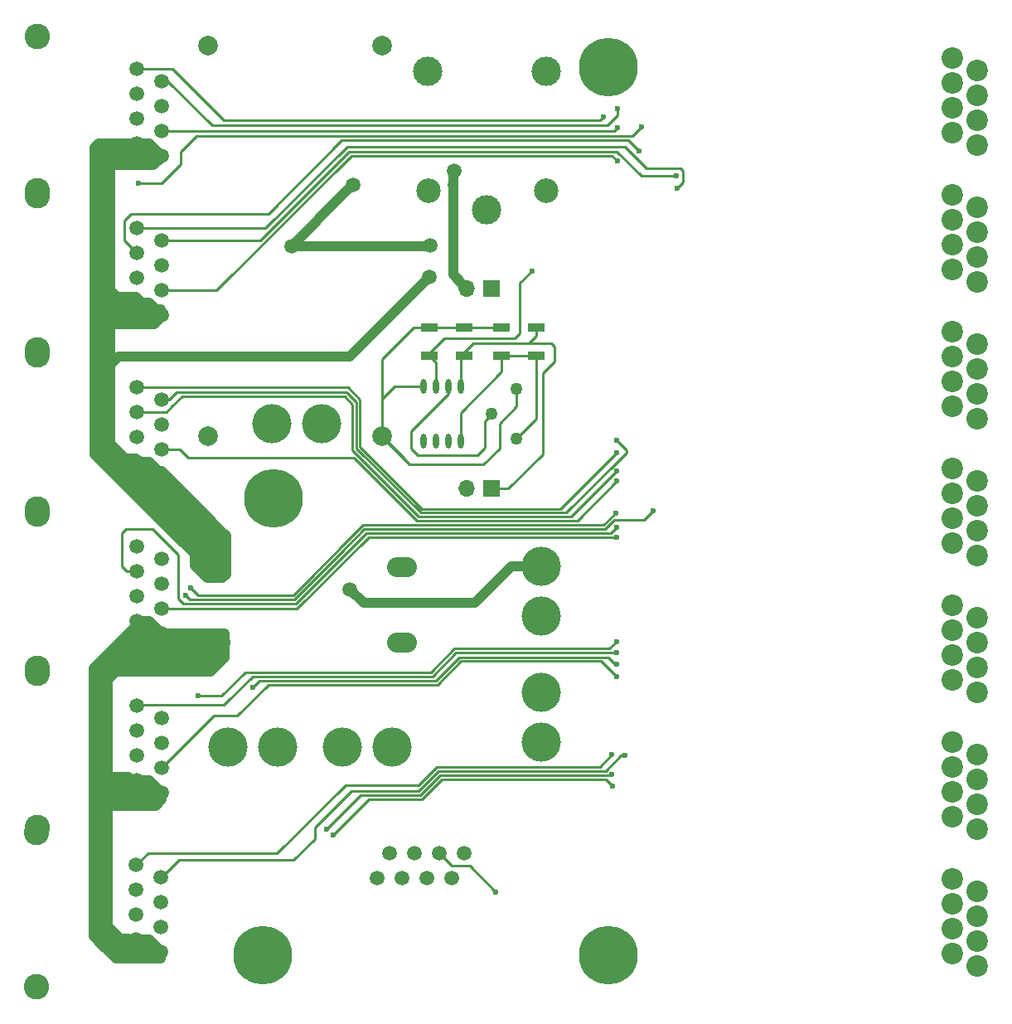
<source format=gtl>
G04 #@! TF.FileFunction,Copper,L1,Top,Signal*
%FSLAX46Y46*%
G04 Gerber Fmt 4.6, Leading zero omitted, Abs format (unit mm)*
G04 Created by KiCad (PCBNEW 4.0.7) date 10/11/18 23:23:36*
%MOMM*%
%LPD*%
G01*
G04 APERTURE LIST*
%ADD10C,0.100000*%
%ADD11C,6.000000*%
%ADD12C,2.000000*%
%ADD13O,3.048000X2.032000*%
%ADD14C,4.000000*%
%ADD15O,0.609600X1.473200*%
%ADD16R,1.700000X1.700000*%
%ADD17O,1.700000X1.700000*%
%ADD18R,1.700000X0.900000*%
%ADD19C,1.260000*%
%ADD20C,2.500000*%
%ADD21C,3.000000*%
%ADD22C,1.500000*%
%ADD23C,2.600000*%
%ADD24C,2.200000*%
%ADD25C,0.600000*%
%ADD26C,0.250000*%
%ADD27C,1.000000*%
G04 APERTURE END LIST*
D10*
D11*
X80467200Y-127889000D03*
D12*
X92710000Y-35052000D03*
X74930000Y-35052000D03*
X74930000Y-74930000D03*
X92710000Y-74930000D03*
D11*
X81597500Y-81216500D03*
D13*
X75692000Y-88265000D03*
X94742000Y-88265000D03*
X94742000Y-96012000D03*
X75692000Y-96012000D03*
D14*
X82042000Y-106680000D03*
X76962000Y-106680000D03*
X93726000Y-106680000D03*
X88646000Y-106680000D03*
X86487000Y-73660000D03*
X81407000Y-73660000D03*
D15*
X96901000Y-75438000D03*
X98171000Y-75438000D03*
X99441000Y-75438000D03*
X100711000Y-75438000D03*
X100711000Y-69850000D03*
X99441000Y-69850000D03*
X98171000Y-69850000D03*
X96901000Y-69850000D03*
D16*
X103886000Y-80264000D03*
D17*
X101346000Y-80264000D03*
D16*
X103886000Y-59817000D03*
D17*
X101346000Y-59817000D03*
D18*
X97536000Y-63828000D03*
X97536000Y-66728000D03*
X101092000Y-63828000D03*
X101092000Y-66728000D03*
D19*
X106426000Y-70104000D03*
X103886000Y-72644000D03*
X106426000Y-75184000D03*
D20*
X109428000Y-49866000D03*
D21*
X109428000Y-37666000D03*
X97378000Y-37616000D03*
D20*
X97428000Y-49866000D03*
D21*
X103378000Y-51816000D03*
D11*
X115849400Y-127889000D03*
X115849400Y-37211000D03*
D22*
X67589400Y-126314200D03*
X67589400Y-123774200D03*
X67589400Y-121234200D03*
X67589400Y-118694200D03*
X70129400Y-127584200D03*
X70129400Y-125044200D03*
X70129400Y-122504200D03*
X70129400Y-119964200D03*
D23*
X57429400Y-115392200D03*
X57429400Y-131140200D03*
D22*
X67640200Y-61290200D03*
X67640200Y-58750200D03*
X67640200Y-56210200D03*
X67640200Y-53670200D03*
X70180200Y-62560200D03*
X70180200Y-60020200D03*
X70180200Y-57480200D03*
X70180200Y-54940200D03*
D23*
X57480200Y-50368200D03*
X57480200Y-66116200D03*
D22*
X67640200Y-110058200D03*
X67640200Y-107518200D03*
X67640200Y-104978200D03*
X67640200Y-102438200D03*
X70180200Y-111328200D03*
X70180200Y-108788200D03*
X70180200Y-106248200D03*
X70180200Y-103708200D03*
D23*
X57480200Y-99136200D03*
X57480200Y-114884200D03*
D22*
X67640200Y-45034200D03*
X67640200Y-42494200D03*
X67640200Y-39954200D03*
X67640200Y-37414200D03*
X70180200Y-46304200D03*
X70180200Y-43764200D03*
X70180200Y-41224200D03*
X70180200Y-38684200D03*
D23*
X57480200Y-34112200D03*
X57480200Y-49860200D03*
D22*
X67640200Y-93802200D03*
X67640200Y-91262200D03*
X67640200Y-88722200D03*
X67640200Y-86182200D03*
X70180200Y-95072200D03*
X70180200Y-92532200D03*
X70180200Y-89992200D03*
X70180200Y-87452200D03*
D23*
X57480200Y-82880200D03*
X57480200Y-98628200D03*
D22*
X67640200Y-77546200D03*
X67640200Y-75006200D03*
X67640200Y-72466200D03*
X67640200Y-69926200D03*
X70180200Y-78816200D03*
X70180200Y-76276200D03*
X70180200Y-73736200D03*
X70180200Y-71196200D03*
D23*
X57480200Y-66624200D03*
X57480200Y-82372200D03*
D22*
X99796600Y-120053100D03*
X97256600Y-120053100D03*
X94716600Y-120053100D03*
X92176600Y-120053100D03*
X101066600Y-117513100D03*
X98526600Y-117513100D03*
X95986600Y-117513100D03*
X93446600Y-117513100D03*
D14*
X108940600Y-106146600D03*
X108940600Y-101066600D03*
D18*
X104902000Y-63828000D03*
X104902000Y-66728000D03*
X108458000Y-63828000D03*
X108458000Y-66728000D03*
D24*
X150977600Y-71856600D03*
X150977600Y-69316600D03*
X150977600Y-66776600D03*
X150977600Y-64236600D03*
X153517600Y-73126600D03*
X153517600Y-70586600D03*
X153517600Y-68046600D03*
X153517600Y-65506600D03*
X150977600Y-99796600D03*
X150977600Y-97256600D03*
X150977600Y-94716600D03*
X150977600Y-92176600D03*
X153517600Y-101066600D03*
X153517600Y-98526600D03*
X153517600Y-95986600D03*
X153517600Y-93446600D03*
X150977600Y-127736600D03*
X150977600Y-125196600D03*
X150977600Y-122656600D03*
X150977600Y-120116600D03*
X153517600Y-129006600D03*
X153517600Y-126466600D03*
X153517600Y-123926600D03*
X153517600Y-121386600D03*
X150977600Y-113766600D03*
X150977600Y-111226600D03*
X150977600Y-108686600D03*
X150977600Y-106146600D03*
X153517600Y-115036600D03*
X153517600Y-112496600D03*
X153517600Y-109956600D03*
X153517600Y-107416600D03*
X150977600Y-43916600D03*
X150977600Y-41376600D03*
X150977600Y-38836600D03*
X150977600Y-36296600D03*
X153517600Y-45186600D03*
X153517600Y-42646600D03*
X153517600Y-40106600D03*
X153517600Y-37566600D03*
X150977600Y-85826600D03*
X150977600Y-83286600D03*
X150977600Y-80746600D03*
X150977600Y-78206600D03*
X153517600Y-87096600D03*
X153517600Y-84556600D03*
X153517600Y-82016600D03*
X153517600Y-79476600D03*
D14*
X108940600Y-93294200D03*
X108940600Y-88214200D03*
D24*
X150977600Y-57886600D03*
X150977600Y-55346600D03*
X150977600Y-52806600D03*
X150977600Y-50266600D03*
X153517600Y-59156600D03*
X153517600Y-56616600D03*
X153517600Y-54076600D03*
X153517600Y-51536600D03*
D25*
X79451200Y-100584000D03*
X116636800Y-98196400D03*
X116636800Y-97028000D03*
X73939400Y-101422200D03*
X116636800Y-95859600D03*
X119176800Y-43357800D03*
X67792600Y-49060100D03*
X115341400Y-42265600D03*
X116713000Y-43408600D03*
X116713000Y-41478200D03*
X116687600Y-84175600D03*
X116560600Y-82778600D03*
X73177400Y-90398600D03*
X116687600Y-85191600D03*
X120370600Y-82524600D03*
X72669400Y-91160600D03*
X116687600Y-78486000D03*
X116687600Y-76555600D03*
X116687600Y-79502000D03*
X116687600Y-75285600D03*
X118973600Y-45796200D03*
X122809000Y-49606200D03*
X116713000Y-46786800D03*
X122732800Y-48310800D03*
X116205000Y-110591600D03*
X87706200Y-115646200D03*
X117500400Y-107492800D03*
X116179600Y-109448600D03*
X87000080Y-114995960D03*
X116179600Y-107442000D03*
D22*
X97536000Y-58674000D03*
X89408000Y-90525600D03*
X89725500Y-49212500D03*
X97589000Y-55425000D03*
X83439000Y-55499000D03*
D25*
X107988100Y-58013600D03*
X104317800Y-121462800D03*
X116636800Y-99466400D03*
D22*
X100076000Y-47815500D03*
D26*
X81102200Y-99872800D02*
X80162400Y-99872800D01*
X80162400Y-99872800D02*
X79451200Y-100584000D01*
X116636800Y-98196400D02*
X116509800Y-98196400D01*
X98171000Y-99872800D02*
X81102200Y-99872800D01*
X81102200Y-99872800D02*
X81026000Y-99872800D01*
X100558600Y-97485200D02*
X98171000Y-99872800D01*
X115798600Y-97485200D02*
X100558600Y-97485200D01*
X116509800Y-98196400D02*
X115798600Y-97485200D01*
X76936600Y-101930200D02*
X76504800Y-102362000D01*
X76504800Y-102362000D02*
X67716400Y-102362000D01*
X67716400Y-102362000D02*
X67640200Y-102438200D01*
X81127600Y-99415600D02*
X79451200Y-99415600D01*
X79451200Y-99415600D02*
X76936600Y-101930200D01*
X116636800Y-97028000D02*
X100228400Y-97028000D01*
X97840800Y-99415600D02*
X81127600Y-99415600D01*
X81127600Y-99415600D02*
X81000600Y-99415600D01*
X100228400Y-97028000D02*
X97840800Y-99415600D01*
X79603600Y-99009200D02*
X78689200Y-99009200D01*
X78689200Y-99009200D02*
X76276200Y-101422200D01*
X81102200Y-99009200D02*
X79603600Y-99009200D01*
X76276200Y-101422200D02*
X73939400Y-101422200D01*
X115900200Y-96596200D02*
X100101400Y-96596200D01*
X100101400Y-96596200D02*
X97688400Y-99009200D01*
X97688400Y-99009200D02*
X81102200Y-99009200D01*
X116636800Y-95859600D02*
X115900200Y-96596200D01*
X112547400Y-44221400D02*
X112547400Y-44259500D01*
X119176800Y-43357800D02*
X118275100Y-44259500D01*
X118275100Y-44259500D02*
X112585500Y-44259500D01*
X112585500Y-44259500D02*
X112547400Y-44221400D01*
X72136000Y-46837600D02*
X72136000Y-47129700D01*
X72136000Y-47129700D02*
X70205600Y-49060100D01*
X70205600Y-49060100D02*
X67792600Y-49060100D01*
X72136000Y-46050200D02*
X72136000Y-46837600D01*
X87553800Y-44259500D02*
X73748900Y-44259500D01*
X72136000Y-45872400D02*
X72136000Y-46050200D01*
X73748900Y-44259500D02*
X72136000Y-45872400D01*
X112903000Y-44259500D02*
X112547400Y-44259500D01*
X112547400Y-44259500D02*
X87553800Y-44259500D01*
X109601000Y-42608500D02*
X114998500Y-42608500D01*
X114998500Y-42608500D02*
X115341400Y-42265600D01*
X108661200Y-42608500D02*
X109601000Y-42608500D01*
X109601000Y-42608500D02*
X109918500Y-42608500D01*
X108585000Y-42608500D02*
X108661200Y-42608500D01*
X67627500Y-37401500D02*
X71310500Y-37401500D01*
X76517500Y-42608500D02*
X108585000Y-42608500D01*
X71310500Y-37401500D02*
X76517500Y-42608500D01*
X111480600Y-43751500D02*
X116370100Y-43751500D01*
X116370100Y-43751500D02*
X116713000Y-43408600D01*
X111480600Y-43751500D02*
X110934500Y-43751500D01*
X70167500Y-43751500D02*
X110934500Y-43751500D01*
X109956600Y-43180000D02*
X115697000Y-43180000D01*
X116713000Y-42164000D02*
X116713000Y-41478200D01*
X115697000Y-43180000D02*
X116713000Y-42164000D01*
X108661200Y-43180000D02*
X109956600Y-43180000D01*
X70802500Y-38671500D02*
X75311000Y-43180000D01*
X75311000Y-43180000D02*
X108661200Y-43180000D01*
X108661200Y-43180000D02*
X108966000Y-43180000D01*
X70167500Y-38671500D02*
X70802500Y-38671500D01*
X105511600Y-84810600D02*
X116052600Y-84810600D01*
X116052600Y-84810600D02*
X116687600Y-84175600D01*
X85115400Y-90805000D02*
X83896200Y-92024200D01*
X71907400Y-87045800D02*
X71551800Y-86690200D01*
X71907400Y-91516200D02*
X71907400Y-87045800D01*
X72415400Y-92024200D02*
X71907400Y-91516200D01*
X83896200Y-92024200D02*
X72415400Y-92024200D01*
X67627500Y-88709500D02*
X66662300Y-88709500D01*
X69265800Y-84404200D02*
X71551800Y-86690200D01*
X66522600Y-84404200D02*
X69265800Y-84404200D01*
X66116200Y-84810600D02*
X66522600Y-84404200D01*
X66116200Y-88163400D02*
X66116200Y-84810600D01*
X66662300Y-88709500D02*
X66116200Y-88163400D01*
X91109800Y-84810600D02*
X105511600Y-84810600D01*
X85115400Y-90805000D02*
X91109800Y-84810600D01*
X114401600Y-83997800D02*
X105384600Y-83997800D01*
X115341400Y-83997800D02*
X116560600Y-82778600D01*
X114401600Y-83997800D02*
X115341400Y-83997800D01*
X88747600Y-86004400D02*
X85318600Y-89433400D01*
X73939400Y-91160600D02*
X73177400Y-90398600D01*
X83604422Y-91160600D02*
X73939400Y-91160600D01*
X85318600Y-89446422D02*
X83604422Y-91160600D01*
X85318600Y-89433400D02*
X85318600Y-89446422D01*
X90754200Y-83997800D02*
X105384600Y-83997800D01*
X88747600Y-86004400D02*
X90754200Y-83997800D01*
X105384600Y-83997800D02*
X105638600Y-83997800D01*
X105765600Y-85217000D02*
X116662200Y-85217000D01*
X116662200Y-85217000D02*
X116687600Y-85191600D01*
X84010500Y-92519500D02*
X91313000Y-85217000D01*
X91313000Y-85217000D02*
X105765600Y-85217000D01*
X105765600Y-85217000D02*
X106197400Y-85217000D01*
X70167500Y-92519500D02*
X84010500Y-92519500D01*
X116433600Y-83413600D02*
X119481600Y-83413600D01*
X119481600Y-83413600D02*
X120370600Y-82524600D01*
X120370600Y-82524600D02*
X120243600Y-82651600D01*
X105384600Y-84404200D02*
X115443000Y-84404200D01*
X115443000Y-84404200D02*
X116433600Y-83413600D01*
X88442800Y-86817200D02*
X85318600Y-89941400D01*
X73075800Y-91567000D02*
X72669400Y-91160600D01*
X83693000Y-91567000D02*
X73075800Y-91567000D01*
X85318600Y-89941400D02*
X83693000Y-91567000D01*
X88442800Y-86817200D02*
X90855800Y-84404200D01*
X90855800Y-84404200D02*
X105384600Y-84404200D01*
X105384600Y-84404200D02*
X105791000Y-84404200D01*
X112039400Y-83134200D02*
X111328200Y-83134200D01*
X116687600Y-78486000D02*
X112039400Y-83134200D01*
X105130600Y-83134200D02*
X111277400Y-83134200D01*
X68872100Y-72453500D02*
X70650100Y-72453500D01*
X71221600Y-71882000D02*
X72263000Y-70840600D01*
X72263000Y-70840600D02*
X88874600Y-70840600D01*
X88874600Y-70840600D02*
X89687400Y-71653400D01*
X89687400Y-71653400D02*
X89687400Y-76377800D01*
X89687400Y-76377800D02*
X96443800Y-83134200D01*
X96443800Y-83134200D02*
X105130600Y-83134200D01*
X67627500Y-72453500D02*
X68872100Y-72453500D01*
X70650100Y-72453500D02*
X71221600Y-71882000D01*
X104622600Y-82321400D02*
X110921800Y-82321400D01*
X110921800Y-82321400D02*
X116687600Y-76555600D01*
X67627500Y-69913500D02*
X89217500Y-69913500D01*
X89217500Y-69913500D02*
X90449400Y-71145400D01*
X90449400Y-71145400D02*
X90449400Y-75971400D01*
X90449400Y-75971400D02*
X96799400Y-82321400D01*
X96799400Y-82321400D02*
X104622600Y-82321400D01*
X104622600Y-82321400D02*
X104876600Y-82321400D01*
X112344200Y-83540600D02*
X111785400Y-83540600D01*
X111785400Y-83540600D02*
X111709200Y-83540600D01*
X112649000Y-83540600D02*
X112344200Y-83540600D01*
X112344200Y-83540600D02*
X112217200Y-83540600D01*
X116687600Y-79502000D02*
X112649000Y-83540600D01*
X104876600Y-83540600D02*
X111709200Y-83540600D01*
X70167500Y-76263500D02*
X72047100Y-76263500D01*
X72047100Y-76263500D02*
X72923400Y-77139800D01*
X72923400Y-77139800D02*
X89839800Y-77139800D01*
X89839800Y-77139800D02*
X96240600Y-83540600D01*
X96240600Y-83540600D02*
X104876600Y-83540600D01*
X111709200Y-83540600D02*
X112166400Y-83540600D01*
X70104000Y-75946000D02*
X70104000Y-76009500D01*
X111531400Y-82727800D02*
X116687600Y-77571600D01*
X116687600Y-75285600D02*
X117703600Y-76301600D01*
X117703600Y-76301600D02*
X117703600Y-76555600D01*
X117703600Y-76555600D02*
X116687600Y-77571600D01*
X111531400Y-82727800D02*
X104876600Y-82727800D01*
X70904100Y-71183500D02*
X71704200Y-70383400D01*
X71704200Y-70383400D02*
X89027000Y-70383400D01*
X89027000Y-70383400D02*
X90099398Y-71455798D01*
X90099398Y-71455798D02*
X90099398Y-76180198D01*
X90099398Y-76180198D02*
X96647000Y-82727800D01*
X96647000Y-82727800D02*
X104876600Y-82727800D01*
X104876600Y-82727800D02*
X105079800Y-82727800D01*
X70167500Y-71183500D02*
X70904100Y-71183500D01*
X117424200Y-44704000D02*
X117881400Y-44704000D01*
X117881400Y-44704000D02*
X118973600Y-45796200D01*
X66370200Y-54940200D02*
X66370200Y-52857400D01*
X81123506Y-52171600D02*
X88591106Y-44704000D01*
X67056000Y-52171600D02*
X81123506Y-52171600D01*
X66370200Y-52857400D02*
X67056000Y-52171600D01*
X116636800Y-44704000D02*
X117424200Y-44704000D01*
X111810800Y-44704000D02*
X88591106Y-44704000D01*
X111810800Y-44704000D02*
X115544600Y-44704000D01*
X115544600Y-44704000D02*
X116636800Y-44704000D01*
X117881400Y-44704000D02*
X117983000Y-44805600D01*
X66370200Y-54940200D02*
X67627500Y-56197500D01*
X111836200Y-45339000D02*
X117475000Y-45339000D01*
X117475000Y-45339000D02*
X119684800Y-47548800D01*
X123444000Y-48971200D02*
X122809000Y-49606200D01*
X123444000Y-48971200D02*
X123444000Y-47802800D01*
X123444000Y-47802800D02*
X123190000Y-47548800D01*
X123190000Y-47548800D02*
X119684800Y-47548800D01*
X119684800Y-47548800D02*
X117856000Y-45720000D01*
X67640200Y-53670200D02*
X80772000Y-53670200D01*
X89103200Y-45339000D02*
X111836200Y-45339000D01*
X111836200Y-45339000D02*
X112344200Y-45339000D01*
X80772000Y-53670200D02*
X89103200Y-45339000D01*
X75793600Y-60020200D02*
X89560400Y-46253400D01*
X89560400Y-46253400D02*
X116179600Y-46253400D01*
X116179600Y-46253400D02*
X116713000Y-46786800D01*
X70180200Y-60020200D02*
X75793600Y-60020200D01*
X112293400Y-45821600D02*
X116687600Y-45821600D01*
X119176800Y-48310800D02*
X122732800Y-48310800D01*
X116687600Y-45821600D02*
X119176800Y-48310800D01*
X70180200Y-54940200D02*
X80213200Y-54940200D01*
X89331800Y-45821600D02*
X112293400Y-45821600D01*
X112293400Y-45821600D02*
X112471200Y-45821600D01*
X80213200Y-54940200D02*
X89331800Y-45821600D01*
D27*
X67564000Y-94996000D02*
X67564000Y-95148400D01*
X67564000Y-95148400D02*
X66319400Y-96393000D01*
X67627500Y-93789500D02*
X67627500Y-94234000D01*
X67627500Y-94234000D02*
X65468500Y-96393000D01*
X67627500Y-93789500D02*
X68897500Y-93789500D01*
X68897500Y-93789500D02*
X70167500Y-95059500D01*
X76581000Y-97409000D02*
X76581000Y-95059500D01*
X76581000Y-97409000D02*
X76644500Y-97472500D01*
X74549000Y-95059500D02*
X75565000Y-95059500D01*
X75565000Y-95059500D02*
X76581000Y-95059500D01*
X76581000Y-95059500D02*
X75692000Y-95948500D01*
X75692000Y-95948500D02*
X75692000Y-96012000D01*
X70167500Y-95059500D02*
X74549000Y-95059500D01*
X74549000Y-95059500D02*
X74739500Y-95059500D01*
X74739500Y-95059500D02*
X75692000Y-96012000D01*
X71945500Y-98933000D02*
X73914000Y-98933000D01*
X75692000Y-97155000D02*
X75692000Y-96012000D01*
X73914000Y-98933000D02*
X75692000Y-97155000D01*
X73406000Y-98933000D02*
X75184000Y-98933000D01*
X75184000Y-98933000D02*
X76644500Y-97472500D01*
X73406000Y-98933000D02*
X72580500Y-98933000D01*
X76644500Y-97472500D02*
X76644500Y-96964500D01*
X76644500Y-96964500D02*
X75692000Y-96012000D01*
X67564000Y-93726000D02*
X67564000Y-94996000D01*
X67564000Y-94996000D02*
X67564000Y-96393000D01*
X67564000Y-96393000D02*
X67564000Y-95948500D01*
X67564000Y-95948500D02*
X67564000Y-96393000D01*
X64770000Y-97091500D02*
X65468500Y-96393000D01*
X65468500Y-96393000D02*
X66319400Y-96393000D01*
X66319400Y-96393000D02*
X67564000Y-96393000D01*
X67564000Y-96393000D02*
X75311000Y-96393000D01*
X75311000Y-96393000D02*
X75692000Y-96012000D01*
X73850500Y-96012000D02*
X75692000Y-96012000D01*
X64770000Y-97091500D02*
X72771000Y-97091500D01*
X72771000Y-97091500D02*
X73850500Y-96012000D01*
X63246000Y-98615500D02*
X64770000Y-97091500D01*
X68580000Y-96012000D02*
X71120000Y-96012000D01*
X67564000Y-94996000D02*
X68580000Y-96012000D01*
X72390000Y-98044000D02*
X74422000Y-96012000D01*
X65151000Y-98044000D02*
X72390000Y-98044000D01*
X63881000Y-99314000D02*
X65151000Y-98044000D01*
X74422000Y-96012000D02*
X75692000Y-96012000D01*
X70104000Y-94996000D02*
X68834000Y-94996000D01*
X68834000Y-94996000D02*
X67564000Y-93726000D01*
X75692000Y-96012000D02*
X71120000Y-96012000D01*
X71120000Y-96012000D02*
X70104000Y-94996000D01*
X75692000Y-96012000D02*
X74422000Y-96012000D01*
X76708000Y-96012000D02*
X75692000Y-96012000D01*
X75692000Y-96012000D02*
X75501500Y-96012000D01*
X75501500Y-96012000D02*
X72580500Y-98933000D01*
X72580500Y-98933000D02*
X71945500Y-98933000D01*
X71945500Y-98933000D02*
X65532000Y-98933000D01*
X63246000Y-125984000D02*
X63246000Y-98615500D01*
X63881000Y-112623600D02*
X63881000Y-99314000D01*
X65532000Y-98933000D02*
X64643000Y-99822000D01*
X69545200Y-112623600D02*
X63881000Y-112623600D01*
X64198500Y-126936500D02*
X63246000Y-125984000D01*
X64198500Y-126936500D02*
X63881000Y-126619000D01*
X63881000Y-126619000D02*
X63881000Y-112623600D01*
X64643000Y-99822000D02*
X64643000Y-109474000D01*
X64643000Y-127381000D02*
X64198500Y-126936500D01*
X64643000Y-109728000D02*
X64643000Y-109474000D01*
X66802000Y-109728000D02*
X64643000Y-109728000D01*
X64643000Y-109474000D02*
X64643000Y-110490000D01*
X65532000Y-128270000D02*
X64643000Y-127381000D01*
X64643000Y-126428500D02*
X64643000Y-127381000D01*
X64643000Y-110490000D02*
X64770000Y-110490000D01*
X64770000Y-110490000D02*
X64643000Y-110490000D01*
X64643000Y-110490000D02*
X64643000Y-111252000D01*
X65151000Y-111760000D02*
X64643000Y-111252000D01*
X65913000Y-126238000D02*
X64643000Y-126238000D01*
X64643000Y-126238000D02*
X64516000Y-126111000D01*
X64516000Y-126111000D02*
X64516000Y-125730000D01*
X66040000Y-111252000D02*
X64643000Y-111252000D01*
X64643000Y-111252000D02*
X64770000Y-111252000D01*
X64770000Y-111252000D02*
X64643000Y-111252000D01*
X64643000Y-111252000D02*
X64643000Y-125412500D01*
X64643000Y-125730000D02*
X64643000Y-126428500D01*
X64643000Y-126428500D02*
X65214500Y-127000000D01*
X66802000Y-111252000D02*
X66040000Y-111252000D01*
X65989200Y-126301500D02*
X68859400Y-126301500D01*
X65989200Y-126301500D02*
X65976500Y-126301500D01*
X65976500Y-126301500D02*
X65087500Y-125412500D01*
X65087500Y-125412500D02*
X64643000Y-125412500D01*
X68859400Y-126301500D02*
X68897500Y-126301500D01*
X65976500Y-126301500D02*
X65913000Y-126238000D01*
X65913000Y-126238000D02*
X64643000Y-124968000D01*
X64643000Y-124968000D02*
X65087500Y-125412500D01*
X65087500Y-125412500D02*
X64643000Y-125412500D01*
X66802000Y-126238000D02*
X65913000Y-126238000D01*
X64516000Y-125730000D02*
X64643000Y-125730000D01*
X64643000Y-125412500D02*
X64643000Y-125730000D01*
X70167500Y-111315500D02*
X70167500Y-112001300D01*
X70167500Y-112001300D02*
X69545200Y-112623600D01*
X70167500Y-111315500D02*
X68897500Y-111315500D01*
X68897500Y-111315500D02*
X68897500Y-110045500D01*
X67627500Y-110045500D02*
X68897500Y-110045500D01*
X68897500Y-110045500D02*
X70167500Y-111315500D01*
X70167500Y-127571500D02*
X68897500Y-127571500D01*
X68897500Y-127571500D02*
X67627500Y-126301500D01*
X67627500Y-126301500D02*
X68859400Y-126301500D01*
X68897500Y-126301500D02*
X70167500Y-127571500D01*
X68897500Y-127571500D02*
X70167500Y-127571500D01*
X67627500Y-126301500D02*
X68897500Y-126301500D01*
X68897500Y-126301500D02*
X70167500Y-127571500D01*
X67627500Y-126301500D02*
X65976500Y-126301500D01*
X70104000Y-128270000D02*
X68834000Y-128270000D01*
X68834000Y-128270000D02*
X68135500Y-127571500D01*
X68135500Y-127571500D02*
X65722500Y-127571500D01*
X70104000Y-128270000D02*
X65532000Y-128270000D01*
X70104000Y-111760000D02*
X65151000Y-111760000D01*
X67564000Y-127000000D02*
X66802000Y-126238000D01*
X66040000Y-111252000D02*
X69596000Y-111252000D01*
X69596000Y-111252000D02*
X70104000Y-111760000D01*
X67564000Y-110490000D02*
X64643000Y-110490000D01*
X67564000Y-110490000D02*
X66802000Y-109728000D01*
X67564000Y-110490000D02*
X66802000Y-111252000D01*
X68834000Y-128270000D02*
X67564000Y-127000000D01*
X65214500Y-127000000D02*
X67564000Y-127000000D01*
X70104000Y-111760000D02*
X68834000Y-111760000D01*
X68834000Y-111760000D02*
X67564000Y-110490000D01*
D26*
X115570000Y-109956600D02*
X111099600Y-109956600D01*
X116205000Y-110591600D02*
X115570000Y-109956600D01*
X98780600Y-109956600D02*
X96748600Y-111988600D01*
X92989400Y-111988600D02*
X91363800Y-111988600D01*
X91363800Y-111988600D02*
X87706200Y-115646200D01*
X92989400Y-111988600D02*
X96748600Y-111988600D01*
X111099600Y-109956600D02*
X98780600Y-109956600D01*
X114122200Y-109093000D02*
X115519200Y-109093000D01*
X117119400Y-107492800D02*
X117500400Y-107492800D01*
X115519200Y-109093000D02*
X117119400Y-107492800D01*
X111163100Y-109093000D02*
X114122200Y-109093000D01*
X114122200Y-109093000D02*
X114503200Y-109093000D01*
X91605100Y-111125000D02*
X89547700Y-111125000D01*
X89547700Y-111125000D02*
X85801200Y-114871500D01*
X85801200Y-116027200D02*
X85801200Y-114871500D01*
X85801200Y-116027200D02*
X83642200Y-118186200D01*
X83642200Y-118186200D02*
X71932800Y-118186200D01*
X71932800Y-118186200D02*
X70167500Y-119951500D01*
X91605100Y-111125000D02*
X91617800Y-111125000D01*
X96443800Y-111125000D02*
X91617800Y-111125000D01*
X98475800Y-109093000D02*
X96443800Y-111125000D01*
X111429800Y-109093000D02*
X111163100Y-109093000D01*
X111163100Y-109093000D02*
X98475800Y-109093000D01*
X91617800Y-111125000D02*
X90703400Y-111125000D01*
X112242600Y-109499400D02*
X116128800Y-109499400D01*
X116128800Y-109499400D02*
X116179600Y-109448600D01*
X112242600Y-109499400D02*
X111633000Y-109499400D01*
X91541600Y-111531400D02*
X90464640Y-111531400D01*
X90464640Y-111531400D02*
X87000080Y-114995960D01*
X91541600Y-111531400D02*
X91871800Y-111531400D01*
X91922600Y-111531400D02*
X96596200Y-111531400D01*
X96596200Y-111531400D02*
X98628200Y-109499400D01*
X98628200Y-109499400D02*
X111633000Y-109499400D01*
X89154000Y-110515400D02*
X88950800Y-110515400D01*
X68783200Y-117500400D02*
X67589400Y-118694200D01*
X81965800Y-117500400D02*
X68783200Y-117500400D01*
X88950800Y-110515400D02*
X81965800Y-117500400D01*
X112547400Y-108686600D02*
X114935000Y-108686600D01*
X114935000Y-108686600D02*
X116179600Y-107442000D01*
X110083600Y-108686600D02*
X112547400Y-108686600D01*
X112547400Y-108686600D02*
X113258600Y-108686600D01*
X110528100Y-108686600D02*
X110337600Y-108686600D01*
X96443800Y-110515400D02*
X89154000Y-110515400D01*
X98272600Y-108686600D02*
X96443800Y-110515400D01*
X110274100Y-108686600D02*
X110083600Y-108686600D01*
X110083600Y-108686600D02*
X98272600Y-108686600D01*
D27*
X70167500Y-62547500D02*
X70167500Y-62725300D01*
X70167500Y-62725300D02*
X69418200Y-63474600D01*
X69418200Y-63474600D02*
X64897000Y-63474600D01*
X67627500Y-61277500D02*
X68897500Y-61277500D01*
X68897500Y-61277500D02*
X70167500Y-62547500D01*
X70167500Y-62547500D02*
X65024000Y-62547500D01*
X65024000Y-62547500D02*
X64897000Y-62420500D01*
X67183000Y-61976000D02*
X66992500Y-61976000D01*
X65913000Y-60896500D02*
X65913000Y-60706000D01*
X66992500Y-61976000D02*
X65913000Y-60896500D01*
X70104000Y-61976000D02*
X67183000Y-61976000D01*
X67183000Y-61976000D02*
X65341500Y-61976000D01*
X65341500Y-61976000D02*
X64897000Y-62420500D01*
X67564000Y-60706000D02*
X65913000Y-60706000D01*
X65913000Y-60706000D02*
X65595500Y-60706000D01*
X65595500Y-60706000D02*
X64897000Y-60007500D01*
X64897000Y-46228000D02*
X64897000Y-60007500D01*
X64897000Y-60007500D02*
X64897000Y-62420500D01*
X64897000Y-62420500D02*
X64897000Y-63474600D01*
X64897000Y-63474600D02*
X64897000Y-75692000D01*
X70104000Y-61976000D02*
X68834000Y-61976000D01*
X68834000Y-61976000D02*
X67564000Y-60706000D01*
X66103500Y-60706000D02*
X67564000Y-60706000D01*
X64262000Y-62547500D02*
X66103500Y-60706000D01*
X65913000Y-45212000D02*
X64897000Y-46228000D01*
X64262000Y-63182500D02*
X64262000Y-62547500D01*
X66103500Y-45466000D02*
X64262000Y-47307500D01*
X64262000Y-63182500D02*
X64262000Y-47307500D01*
X64262000Y-69405500D02*
X64262000Y-63182500D01*
X64325500Y-47244000D02*
X65278000Y-47244000D01*
X64325500Y-47244000D02*
X64262000Y-47307500D01*
X64262000Y-47307500D02*
X64262000Y-45593000D01*
X69342000Y-47244000D02*
X65278000Y-47244000D01*
X65278000Y-47244000D02*
X66040000Y-46482000D01*
X66040000Y-46482000D02*
X68834000Y-46482000D01*
X68834000Y-46482000D02*
X69024500Y-46291500D01*
X66421000Y-77216000D02*
X64897000Y-75692000D01*
X64897000Y-77089000D02*
X65024000Y-77216000D01*
X64897000Y-75692000D02*
X64897000Y-77089000D01*
X65024000Y-77216000D02*
X64262000Y-76454000D01*
X64262000Y-76454000D02*
X64262000Y-69405500D01*
X88646000Y-66802000D02*
X89408000Y-66802000D01*
X64262000Y-69405500D02*
X64262000Y-68326000D01*
X64262000Y-68326000D02*
X65786000Y-66802000D01*
X65786000Y-66802000D02*
X88646000Y-66802000D01*
X89408000Y-66802000D02*
X97536000Y-58674000D01*
X67627500Y-77533500D02*
X68897500Y-77533500D01*
X67564000Y-77216000D02*
X66421000Y-77216000D01*
X68834000Y-78486000D02*
X67564000Y-77216000D01*
X67564000Y-77216000D02*
X65024000Y-77216000D01*
X68897500Y-77533500D02*
X70167500Y-78803500D01*
X70104000Y-78486000D02*
X70167500Y-78486000D01*
X70167500Y-78486000D02*
X74580750Y-82899250D01*
X71056500Y-79438500D02*
X70104000Y-78486000D01*
X70104000Y-78486000D02*
X68834000Y-78486000D01*
X70104000Y-80835500D02*
X70104000Y-78486000D01*
X70104000Y-78740000D02*
X70104000Y-78486000D01*
X74580750Y-82899250D02*
X76200000Y-84518500D01*
X70802500Y-80454500D02*
X68834000Y-78486000D01*
X74612500Y-85344000D02*
X70262750Y-80994250D01*
X74580750Y-82899250D02*
X75692000Y-84010500D01*
X71056500Y-80454500D02*
X71056500Y-79438500D01*
X70262750Y-80994250D02*
X69945250Y-80994250D01*
X69945250Y-80994250D02*
X66675000Y-77724000D01*
X70262750Y-80994250D02*
X70104000Y-80835500D01*
X75692000Y-85344000D02*
X74612500Y-85344000D01*
X76200000Y-84518500D02*
X76771500Y-85090000D01*
X75692000Y-84010500D02*
X75692000Y-85344000D01*
X75692000Y-85090000D02*
X71056500Y-80454500D01*
X69596000Y-81661000D02*
X70802500Y-80454500D01*
X71056500Y-80454500D02*
X70802500Y-80454500D01*
X74866500Y-86169500D02*
X75692000Y-85344000D01*
X75692000Y-85344000D02*
X75692000Y-85471000D01*
X75692000Y-85471000D02*
X74993500Y-86169500D01*
X75692000Y-85344000D02*
X75692000Y-85090000D01*
X76771500Y-85090000D02*
X76771500Y-86042500D01*
X73533000Y-86042500D02*
X69151500Y-81661000D01*
X74676000Y-86169500D02*
X74866500Y-86169500D01*
X74168000Y-86169500D02*
X66230500Y-78232000D01*
X66230500Y-78232000D02*
X64770000Y-78232000D01*
X74993500Y-86169500D02*
X74168000Y-86169500D01*
X64770000Y-78232000D02*
X63595250Y-77057250D01*
X63309500Y-76771500D02*
X63309500Y-45593000D01*
X63309500Y-76771500D02*
X63595250Y-77057250D01*
X63595250Y-77057250D02*
X65786000Y-79248000D01*
X69151500Y-81661000D02*
X69596000Y-81661000D01*
X75692000Y-87185500D02*
X74676000Y-86169500D01*
X72771000Y-86169500D02*
X74676000Y-86169500D01*
X76771500Y-86042500D02*
X76771500Y-87185500D01*
X63309500Y-45593000D02*
X68707000Y-45593000D01*
X63309500Y-45593000D02*
X63309500Y-45466000D01*
X63754000Y-45021500D02*
X63309500Y-45466000D01*
X65786000Y-79248000D02*
X69405500Y-82867500D01*
X73533000Y-88138000D02*
X73533000Y-86042500D01*
X74803000Y-89408000D02*
X73533000Y-88138000D01*
X69405500Y-82867500D02*
X72009000Y-85471000D01*
X72072500Y-85471000D02*
X72771000Y-86169500D01*
X68707000Y-45593000D02*
X68834000Y-45466000D01*
X76390500Y-89408000D02*
X74803000Y-89408000D01*
X72009000Y-85471000D02*
X72898000Y-85471000D01*
X72009000Y-85471000D02*
X72072500Y-85471000D01*
X75692000Y-88265000D02*
X75692000Y-87185500D01*
X76771500Y-86042500D02*
X76771500Y-89027000D01*
X76771500Y-89027000D02*
X76390500Y-89408000D01*
X76200000Y-84518500D02*
X76200000Y-87757000D01*
X76200000Y-87757000D02*
X75692000Y-88265000D01*
X76771500Y-87185500D02*
X75692000Y-88265000D01*
X75692000Y-88265000D02*
X75692000Y-88201500D01*
X75692000Y-88201500D02*
X73533000Y-86042500D01*
X75692000Y-88265000D02*
X75692000Y-85344000D01*
X75692000Y-88265000D02*
X74866500Y-88265000D01*
X74866500Y-88265000D02*
X72771000Y-86169500D01*
X72898000Y-85471000D02*
X75692000Y-88265000D01*
X70167500Y-46291500D02*
X70167500Y-46418500D01*
X70167500Y-46418500D02*
X69342000Y-47244000D01*
X69024500Y-46291500D02*
X70167500Y-46291500D01*
X68834000Y-45466000D02*
X69659500Y-46291500D01*
X67627500Y-45021500D02*
X63754000Y-45021500D01*
X67627500Y-45021500D02*
X68897500Y-45021500D01*
X68897500Y-45021500D02*
X70167500Y-46291500D01*
X70167500Y-46291500D02*
X69659500Y-46291500D01*
X67373500Y-45212000D02*
X65913000Y-45212000D01*
X67627500Y-45466000D02*
X67373500Y-45212000D01*
X108940600Y-88214200D02*
X105918000Y-88214200D01*
X90805000Y-91922600D02*
X89408000Y-90525600D01*
X102209600Y-91922600D02*
X90805000Y-91922600D01*
X105918000Y-88214200D02*
X102209600Y-91922600D01*
D26*
X92710000Y-74930000D02*
X92710000Y-74993500D01*
X92710000Y-74993500D02*
X95504000Y-77787500D01*
X104711500Y-73596500D02*
X106426000Y-71882000D01*
X104711500Y-76136500D02*
X104711500Y-73596500D01*
X103060500Y-77787500D02*
X104711500Y-76136500D01*
X95504000Y-77787500D02*
X103060500Y-77787500D01*
D27*
X88836500Y-50101500D02*
X89725500Y-49212500D01*
X97515000Y-55499000D02*
X83439000Y-55499000D01*
X97589000Y-55425000D02*
X97515000Y-55499000D01*
X83439000Y-55499000D02*
X88836500Y-50101500D01*
X88138000Y-50800000D02*
X88836500Y-50101500D01*
D26*
X96901000Y-69850000D02*
X93980000Y-69850000D01*
X93980000Y-69850000D02*
X92710000Y-71120000D01*
X94964250Y-77247750D02*
X94964250Y-77184250D01*
X94964250Y-77184250D02*
X92710000Y-74930000D01*
X97536000Y-63828000D02*
X95938000Y-63828000D01*
X95938000Y-63828000D02*
X92710000Y-67056000D01*
X92710000Y-67056000D02*
X92710000Y-71120000D01*
X92710000Y-71120000D02*
X92710000Y-74930000D01*
X94964250Y-77247750D02*
X94869000Y-77152500D01*
X106426000Y-70104000D02*
X106426000Y-71882000D01*
X101092000Y-63828000D02*
X104902000Y-63828000D01*
X97536000Y-63828000D02*
X101092000Y-63828000D01*
X97536000Y-63828000D02*
X97017500Y-63828000D01*
X96304100Y-76809600D02*
X102463600Y-76809600D01*
X102463600Y-76809600D02*
X103187500Y-76085700D01*
X103886000Y-72644000D02*
X103886000Y-72707500D01*
X103886000Y-72707500D02*
X103187500Y-73406000D01*
X103187500Y-73406000D02*
X103187500Y-76085700D01*
X99441000Y-69850000D02*
X99441000Y-70612000D01*
X99441000Y-70612000D02*
X95694500Y-74358500D01*
X95694500Y-74676000D02*
X95694500Y-74358500D01*
X96304100Y-76809600D02*
X95694500Y-76200000D01*
X95694500Y-76200000D02*
X95694500Y-74676000D01*
X103886000Y-80264000D02*
X105600500Y-80264000D01*
X109982000Y-65405000D02*
X107061000Y-65405000D01*
X110299500Y-65722500D02*
X109982000Y-65405000D01*
X110299500Y-67246500D02*
X110299500Y-65722500D01*
X109093000Y-68453000D02*
X110299500Y-67246500D01*
X109093000Y-76771500D02*
X109093000Y-68453000D01*
X105600500Y-80264000D02*
X109093000Y-76771500D01*
X101092000Y-66728000D02*
X101092000Y-66357500D01*
X101092000Y-66357500D02*
X102044500Y-65405000D01*
X108458000Y-64643000D02*
X108458000Y-63828000D01*
X107696000Y-65405000D02*
X108458000Y-64643000D01*
X102044500Y-65405000D02*
X107061000Y-65405000D01*
X107061000Y-65405000D02*
X107696000Y-65405000D01*
X100711000Y-69850000D02*
X100711000Y-67109000D01*
X100711000Y-67109000D02*
X101092000Y-66728000D01*
X106743500Y-63665100D02*
X106743500Y-59258200D01*
X106743500Y-59258200D02*
X107988100Y-58013600D01*
X97536000Y-66421000D02*
X99060000Y-64897000D01*
X99060000Y-64897000D02*
X106235500Y-64897000D01*
X97536000Y-66728000D02*
X97536000Y-66421000D01*
X98171000Y-69850000D02*
X98171000Y-67363000D01*
X98171000Y-67363000D02*
X97536000Y-66728000D01*
X106743500Y-64389000D02*
X106743500Y-63665100D01*
X106743500Y-63665100D02*
X106743500Y-63436500D01*
X106235500Y-64897000D02*
X106743500Y-64389000D01*
X99796600Y-118783100D02*
X98526600Y-117513100D01*
X104317800Y-121462800D02*
X101638100Y-118783100D01*
X101638100Y-118783100D02*
X99796600Y-118783100D01*
X76454000Y-103454200D02*
X77901800Y-103454200D01*
X77901800Y-103454200D02*
X81076800Y-100279200D01*
X75514200Y-103454200D02*
X70180200Y-108788200D01*
X76454000Y-103454200D02*
X75514200Y-103454200D01*
X116636800Y-99466400D02*
X115036600Y-97866200D01*
X98348800Y-100279200D02*
X81076800Y-100279200D01*
X81076800Y-100279200D02*
X81026000Y-100279200D01*
X100761800Y-97866200D02*
X98348800Y-100279200D01*
X115036600Y-97866200D02*
X100761800Y-97866200D01*
D27*
X80645000Y-74422000D02*
X81407000Y-73660000D01*
X101346000Y-80467200D02*
X101346000Y-80264000D01*
D26*
X108458000Y-66728000D02*
X108458000Y-73152000D01*
X108458000Y-73152000D02*
X106426000Y-75184000D01*
X100711000Y-75438000D02*
X100711000Y-72517000D01*
X104902000Y-68326000D02*
X104902000Y-66728000D01*
X100711000Y-72517000D02*
X104902000Y-68326000D01*
X104902000Y-66728000D02*
X108458000Y-66728000D01*
X113093500Y-38100000D02*
X117094000Y-38100000D01*
D27*
X99885500Y-49276000D02*
X99949000Y-49276000D01*
X99949000Y-49212500D02*
X99885500Y-49276000D01*
X99949000Y-47942500D02*
X99949000Y-49212500D01*
X100076000Y-47815500D02*
X99949000Y-47942500D01*
X99949000Y-48387000D02*
X99949000Y-49276000D01*
X99949000Y-49276000D02*
X99949000Y-58420000D01*
X99949000Y-58420000D02*
X101346000Y-59817000D01*
X100330000Y-58801000D02*
X101346000Y-59817000D01*
D26*
X115122960Y-125730000D02*
X117094000Y-125730000D01*
M02*

</source>
